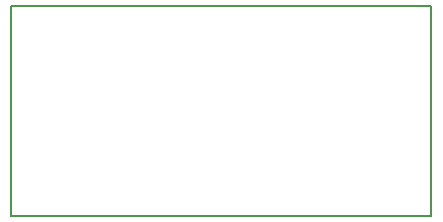
<source format=gbr>
G04 #@! TF.GenerationSoftware,KiCad,Pcbnew,(2017-08-02 revision 9760937)-master*
G04 #@! TF.CreationDate,2017-09-04T14:54:41-05:00*
G04 #@! TF.ProjectId,lofive,6C6F666976652E6B696361645F706362,0*
G04 #@! TF.SameCoordinates,Original*
G04 #@! TF.FileFunction,Profile,NP*
%FSLAX46Y46*%
G04 Gerber Fmt 4.6, Leading zero omitted, Abs format (unit mm)*
G04 Created by KiCad (PCBNEW (2017-08-02 revision 9760937)-master) date Mon Sep  4 14:54:41 2017*
%MOMM*%
%LPD*%
G01*
G04 APERTURE LIST*
%ADD10C,0.150000*%
G04 APERTURE END LIST*
D10*
X101600000Y-109220000D02*
X101600000Y-127000000D01*
X137160000Y-109220000D02*
X101600000Y-109220000D01*
X137160000Y-127000000D02*
X137160000Y-109220000D01*
X101600000Y-127000000D02*
X137160000Y-127000000D01*
M02*

</source>
